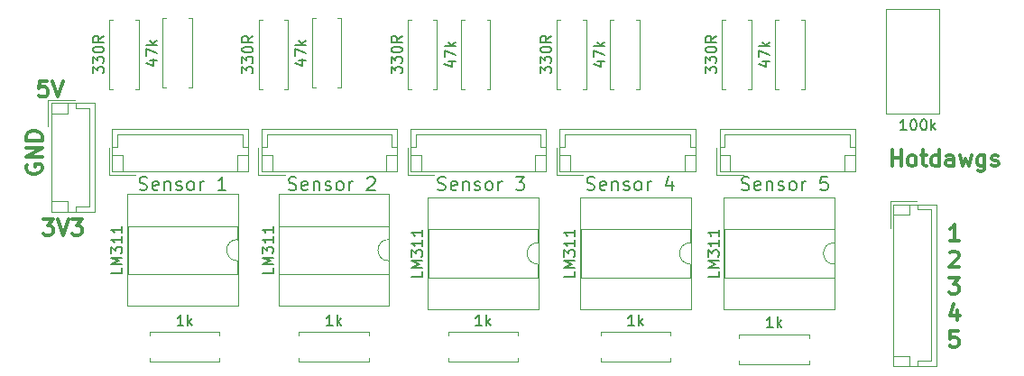
<source format=gbr>
%TF.GenerationSoftware,KiCad,Pcbnew,9.0.2*%
%TF.CreationDate,2025-07-08T21:37:52-07:00*%
%TF.ProjectId,reflectance,7265666c-6563-4746-916e-63652e6b6963,rev?*%
%TF.SameCoordinates,Original*%
%TF.FileFunction,Legend,Top*%
%TF.FilePolarity,Positive*%
%FSLAX46Y46*%
G04 Gerber Fmt 4.6, Leading zero omitted, Abs format (unit mm)*
G04 Created by KiCad (PCBNEW 9.0.2) date 2025-07-08 21:37:52*
%MOMM*%
%LPD*%
G01*
G04 APERTURE LIST*
%ADD10C,0.300000*%
%ADD11C,0.150000*%
%ADD12C,0.120000*%
G04 APERTURE END LIST*
D10*
X197483082Y-71943685D02*
X197554510Y-71872257D01*
X197554510Y-71872257D02*
X197697368Y-71800828D01*
X197697368Y-71800828D02*
X198054510Y-71800828D01*
X198054510Y-71800828D02*
X198197368Y-71872257D01*
X198197368Y-71872257D02*
X198268796Y-71943685D01*
X198268796Y-71943685D02*
X198340225Y-72086542D01*
X198340225Y-72086542D02*
X198340225Y-72229400D01*
X198340225Y-72229400D02*
X198268796Y-72443685D01*
X198268796Y-72443685D02*
X197411653Y-73300828D01*
X197411653Y-73300828D02*
X198340225Y-73300828D01*
X192054510Y-63800828D02*
X192054510Y-62300828D01*
X192054510Y-63015114D02*
X192911653Y-63015114D01*
X192911653Y-63800828D02*
X192911653Y-62300828D01*
X193840225Y-63800828D02*
X193697368Y-63729400D01*
X193697368Y-63729400D02*
X193625939Y-63657971D01*
X193625939Y-63657971D02*
X193554511Y-63515114D01*
X193554511Y-63515114D02*
X193554511Y-63086542D01*
X193554511Y-63086542D02*
X193625939Y-62943685D01*
X193625939Y-62943685D02*
X193697368Y-62872257D01*
X193697368Y-62872257D02*
X193840225Y-62800828D01*
X193840225Y-62800828D02*
X194054511Y-62800828D01*
X194054511Y-62800828D02*
X194197368Y-62872257D01*
X194197368Y-62872257D02*
X194268797Y-62943685D01*
X194268797Y-62943685D02*
X194340225Y-63086542D01*
X194340225Y-63086542D02*
X194340225Y-63515114D01*
X194340225Y-63515114D02*
X194268797Y-63657971D01*
X194268797Y-63657971D02*
X194197368Y-63729400D01*
X194197368Y-63729400D02*
X194054511Y-63800828D01*
X194054511Y-63800828D02*
X193840225Y-63800828D01*
X194768797Y-62800828D02*
X195340225Y-62800828D01*
X194983082Y-62300828D02*
X194983082Y-63586542D01*
X194983082Y-63586542D02*
X195054511Y-63729400D01*
X195054511Y-63729400D02*
X195197368Y-63800828D01*
X195197368Y-63800828D02*
X195340225Y-63800828D01*
X196483083Y-63800828D02*
X196483083Y-62300828D01*
X196483083Y-63729400D02*
X196340225Y-63800828D01*
X196340225Y-63800828D02*
X196054511Y-63800828D01*
X196054511Y-63800828D02*
X195911654Y-63729400D01*
X195911654Y-63729400D02*
X195840225Y-63657971D01*
X195840225Y-63657971D02*
X195768797Y-63515114D01*
X195768797Y-63515114D02*
X195768797Y-63086542D01*
X195768797Y-63086542D02*
X195840225Y-62943685D01*
X195840225Y-62943685D02*
X195911654Y-62872257D01*
X195911654Y-62872257D02*
X196054511Y-62800828D01*
X196054511Y-62800828D02*
X196340225Y-62800828D01*
X196340225Y-62800828D02*
X196483083Y-62872257D01*
X197840226Y-63800828D02*
X197840226Y-63015114D01*
X197840226Y-63015114D02*
X197768797Y-62872257D01*
X197768797Y-62872257D02*
X197625940Y-62800828D01*
X197625940Y-62800828D02*
X197340226Y-62800828D01*
X197340226Y-62800828D02*
X197197368Y-62872257D01*
X197840226Y-63729400D02*
X197697368Y-63800828D01*
X197697368Y-63800828D02*
X197340226Y-63800828D01*
X197340226Y-63800828D02*
X197197368Y-63729400D01*
X197197368Y-63729400D02*
X197125940Y-63586542D01*
X197125940Y-63586542D02*
X197125940Y-63443685D01*
X197125940Y-63443685D02*
X197197368Y-63300828D01*
X197197368Y-63300828D02*
X197340226Y-63229400D01*
X197340226Y-63229400D02*
X197697368Y-63229400D01*
X197697368Y-63229400D02*
X197840226Y-63157971D01*
X198411654Y-62800828D02*
X198697369Y-63800828D01*
X198697369Y-63800828D02*
X198983083Y-63086542D01*
X198983083Y-63086542D02*
X199268797Y-63800828D01*
X199268797Y-63800828D02*
X199554511Y-62800828D01*
X200768798Y-62800828D02*
X200768798Y-64015114D01*
X200768798Y-64015114D02*
X200697369Y-64157971D01*
X200697369Y-64157971D02*
X200625940Y-64229400D01*
X200625940Y-64229400D02*
X200483083Y-64300828D01*
X200483083Y-64300828D02*
X200268798Y-64300828D01*
X200268798Y-64300828D02*
X200125940Y-64229400D01*
X200768798Y-63729400D02*
X200625940Y-63800828D01*
X200625940Y-63800828D02*
X200340226Y-63800828D01*
X200340226Y-63800828D02*
X200197369Y-63729400D01*
X200197369Y-63729400D02*
X200125940Y-63657971D01*
X200125940Y-63657971D02*
X200054512Y-63515114D01*
X200054512Y-63515114D02*
X200054512Y-63086542D01*
X200054512Y-63086542D02*
X200125940Y-62943685D01*
X200125940Y-62943685D02*
X200197369Y-62872257D01*
X200197369Y-62872257D02*
X200340226Y-62800828D01*
X200340226Y-62800828D02*
X200625940Y-62800828D01*
X200625940Y-62800828D02*
X200768798Y-62872257D01*
X201411655Y-63729400D02*
X201554512Y-63800828D01*
X201554512Y-63800828D02*
X201840226Y-63800828D01*
X201840226Y-63800828D02*
X201983083Y-63729400D01*
X201983083Y-63729400D02*
X202054512Y-63586542D01*
X202054512Y-63586542D02*
X202054512Y-63515114D01*
X202054512Y-63515114D02*
X201983083Y-63372257D01*
X201983083Y-63372257D02*
X201840226Y-63300828D01*
X201840226Y-63300828D02*
X201625941Y-63300828D01*
X201625941Y-63300828D02*
X201483083Y-63229400D01*
X201483083Y-63229400D02*
X201411655Y-63086542D01*
X201411655Y-63086542D02*
X201411655Y-63015114D01*
X201411655Y-63015114D02*
X201483083Y-62872257D01*
X201483083Y-62872257D02*
X201625941Y-62800828D01*
X201625941Y-62800828D02*
X201840226Y-62800828D01*
X201840226Y-62800828D02*
X201983083Y-62872257D01*
X197411653Y-74300828D02*
X198340225Y-74300828D01*
X198340225Y-74300828D02*
X197840225Y-74872257D01*
X197840225Y-74872257D02*
X198054510Y-74872257D01*
X198054510Y-74872257D02*
X198197368Y-74943685D01*
X198197368Y-74943685D02*
X198268796Y-75015114D01*
X198268796Y-75015114D02*
X198340225Y-75157971D01*
X198340225Y-75157971D02*
X198340225Y-75515114D01*
X198340225Y-75515114D02*
X198268796Y-75657971D01*
X198268796Y-75657971D02*
X198197368Y-75729400D01*
X198197368Y-75729400D02*
X198054510Y-75800828D01*
X198054510Y-75800828D02*
X197625939Y-75800828D01*
X197625939Y-75800828D02*
X197483082Y-75729400D01*
X197483082Y-75729400D02*
X197411653Y-75657971D01*
X112411653Y-68800828D02*
X113340225Y-68800828D01*
X113340225Y-68800828D02*
X112840225Y-69372257D01*
X112840225Y-69372257D02*
X113054510Y-69372257D01*
X113054510Y-69372257D02*
X113197368Y-69443685D01*
X113197368Y-69443685D02*
X113268796Y-69515114D01*
X113268796Y-69515114D02*
X113340225Y-69657971D01*
X113340225Y-69657971D02*
X113340225Y-70015114D01*
X113340225Y-70015114D02*
X113268796Y-70157971D01*
X113268796Y-70157971D02*
X113197368Y-70229400D01*
X113197368Y-70229400D02*
X113054510Y-70300828D01*
X113054510Y-70300828D02*
X112625939Y-70300828D01*
X112625939Y-70300828D02*
X112483082Y-70229400D01*
X112483082Y-70229400D02*
X112411653Y-70157971D01*
X113768796Y-68800828D02*
X114268796Y-70300828D01*
X114268796Y-70300828D02*
X114768796Y-68800828D01*
X115125938Y-68800828D02*
X116054510Y-68800828D01*
X116054510Y-68800828D02*
X115554510Y-69372257D01*
X115554510Y-69372257D02*
X115768795Y-69372257D01*
X115768795Y-69372257D02*
X115911653Y-69443685D01*
X115911653Y-69443685D02*
X115983081Y-69515114D01*
X115983081Y-69515114D02*
X116054510Y-69657971D01*
X116054510Y-69657971D02*
X116054510Y-70015114D01*
X116054510Y-70015114D02*
X115983081Y-70157971D01*
X115983081Y-70157971D02*
X115911653Y-70229400D01*
X115911653Y-70229400D02*
X115768795Y-70300828D01*
X115768795Y-70300828D02*
X115340224Y-70300828D01*
X115340224Y-70300828D02*
X115197367Y-70229400D01*
X115197367Y-70229400D02*
X115125938Y-70157971D01*
X110872257Y-63659774D02*
X110800828Y-63802632D01*
X110800828Y-63802632D02*
X110800828Y-64016917D01*
X110800828Y-64016917D02*
X110872257Y-64231203D01*
X110872257Y-64231203D02*
X111015114Y-64374060D01*
X111015114Y-64374060D02*
X111157971Y-64445489D01*
X111157971Y-64445489D02*
X111443685Y-64516917D01*
X111443685Y-64516917D02*
X111657971Y-64516917D01*
X111657971Y-64516917D02*
X111943685Y-64445489D01*
X111943685Y-64445489D02*
X112086542Y-64374060D01*
X112086542Y-64374060D02*
X112229400Y-64231203D01*
X112229400Y-64231203D02*
X112300828Y-64016917D01*
X112300828Y-64016917D02*
X112300828Y-63874060D01*
X112300828Y-63874060D02*
X112229400Y-63659774D01*
X112229400Y-63659774D02*
X112157971Y-63588346D01*
X112157971Y-63588346D02*
X111657971Y-63588346D01*
X111657971Y-63588346D02*
X111657971Y-63874060D01*
X112300828Y-62945489D02*
X110800828Y-62945489D01*
X110800828Y-62945489D02*
X112300828Y-62088346D01*
X112300828Y-62088346D02*
X110800828Y-62088346D01*
X112300828Y-61374060D02*
X110800828Y-61374060D01*
X110800828Y-61374060D02*
X110800828Y-61016917D01*
X110800828Y-61016917D02*
X110872257Y-60802631D01*
X110872257Y-60802631D02*
X111015114Y-60659774D01*
X111015114Y-60659774D02*
X111157971Y-60588345D01*
X111157971Y-60588345D02*
X111443685Y-60516917D01*
X111443685Y-60516917D02*
X111657971Y-60516917D01*
X111657971Y-60516917D02*
X111943685Y-60588345D01*
X111943685Y-60588345D02*
X112086542Y-60659774D01*
X112086542Y-60659774D02*
X112229400Y-60802631D01*
X112229400Y-60802631D02*
X112300828Y-61016917D01*
X112300828Y-61016917D02*
X112300828Y-61374060D01*
X112768796Y-55800828D02*
X112054510Y-55800828D01*
X112054510Y-55800828D02*
X111983082Y-56515114D01*
X111983082Y-56515114D02*
X112054510Y-56443685D01*
X112054510Y-56443685D02*
X112197368Y-56372257D01*
X112197368Y-56372257D02*
X112554510Y-56372257D01*
X112554510Y-56372257D02*
X112697368Y-56443685D01*
X112697368Y-56443685D02*
X112768796Y-56515114D01*
X112768796Y-56515114D02*
X112840225Y-56657971D01*
X112840225Y-56657971D02*
X112840225Y-57015114D01*
X112840225Y-57015114D02*
X112768796Y-57157971D01*
X112768796Y-57157971D02*
X112697368Y-57229400D01*
X112697368Y-57229400D02*
X112554510Y-57300828D01*
X112554510Y-57300828D02*
X112197368Y-57300828D01*
X112197368Y-57300828D02*
X112054510Y-57229400D01*
X112054510Y-57229400D02*
X111983082Y-57157971D01*
X113268796Y-55800828D02*
X113768796Y-57300828D01*
X113768796Y-57300828D02*
X114268796Y-55800828D01*
X198340225Y-70800828D02*
X197483082Y-70800828D01*
X197911653Y-70800828D02*
X197911653Y-69300828D01*
X197911653Y-69300828D02*
X197768796Y-69515114D01*
X197768796Y-69515114D02*
X197625939Y-69657971D01*
X197625939Y-69657971D02*
X197483082Y-69729400D01*
X198268796Y-79300828D02*
X197554510Y-79300828D01*
X197554510Y-79300828D02*
X197483082Y-80015114D01*
X197483082Y-80015114D02*
X197554510Y-79943685D01*
X197554510Y-79943685D02*
X197697368Y-79872257D01*
X197697368Y-79872257D02*
X198054510Y-79872257D01*
X198054510Y-79872257D02*
X198197368Y-79943685D01*
X198197368Y-79943685D02*
X198268796Y-80015114D01*
X198268796Y-80015114D02*
X198340225Y-80157971D01*
X198340225Y-80157971D02*
X198340225Y-80515114D01*
X198340225Y-80515114D02*
X198268796Y-80657971D01*
X198268796Y-80657971D02*
X198197368Y-80729400D01*
X198197368Y-80729400D02*
X198054510Y-80800828D01*
X198054510Y-80800828D02*
X197697368Y-80800828D01*
X197697368Y-80800828D02*
X197554510Y-80729400D01*
X197554510Y-80729400D02*
X197483082Y-80657971D01*
X198197368Y-77300828D02*
X198197368Y-78300828D01*
X197840225Y-76729400D02*
X197483082Y-77800828D01*
X197483082Y-77800828D02*
X198411653Y-77800828D01*
D11*
X174584819Y-55095713D02*
X174584819Y-54476666D01*
X174584819Y-54476666D02*
X174965771Y-54809999D01*
X174965771Y-54809999D02*
X174965771Y-54667142D01*
X174965771Y-54667142D02*
X175013390Y-54571904D01*
X175013390Y-54571904D02*
X175061009Y-54524285D01*
X175061009Y-54524285D02*
X175156247Y-54476666D01*
X175156247Y-54476666D02*
X175394342Y-54476666D01*
X175394342Y-54476666D02*
X175489580Y-54524285D01*
X175489580Y-54524285D02*
X175537200Y-54571904D01*
X175537200Y-54571904D02*
X175584819Y-54667142D01*
X175584819Y-54667142D02*
X175584819Y-54952856D01*
X175584819Y-54952856D02*
X175537200Y-55048094D01*
X175537200Y-55048094D02*
X175489580Y-55095713D01*
X174584819Y-54143332D02*
X174584819Y-53524285D01*
X174584819Y-53524285D02*
X174965771Y-53857618D01*
X174965771Y-53857618D02*
X174965771Y-53714761D01*
X174965771Y-53714761D02*
X175013390Y-53619523D01*
X175013390Y-53619523D02*
X175061009Y-53571904D01*
X175061009Y-53571904D02*
X175156247Y-53524285D01*
X175156247Y-53524285D02*
X175394342Y-53524285D01*
X175394342Y-53524285D02*
X175489580Y-53571904D01*
X175489580Y-53571904D02*
X175537200Y-53619523D01*
X175537200Y-53619523D02*
X175584819Y-53714761D01*
X175584819Y-53714761D02*
X175584819Y-54000475D01*
X175584819Y-54000475D02*
X175537200Y-54095713D01*
X175537200Y-54095713D02*
X175489580Y-54143332D01*
X174584819Y-52905237D02*
X174584819Y-52809999D01*
X174584819Y-52809999D02*
X174632438Y-52714761D01*
X174632438Y-52714761D02*
X174680057Y-52667142D01*
X174680057Y-52667142D02*
X174775295Y-52619523D01*
X174775295Y-52619523D02*
X174965771Y-52571904D01*
X174965771Y-52571904D02*
X175203866Y-52571904D01*
X175203866Y-52571904D02*
X175394342Y-52619523D01*
X175394342Y-52619523D02*
X175489580Y-52667142D01*
X175489580Y-52667142D02*
X175537200Y-52714761D01*
X175537200Y-52714761D02*
X175584819Y-52809999D01*
X175584819Y-52809999D02*
X175584819Y-52905237D01*
X175584819Y-52905237D02*
X175537200Y-53000475D01*
X175537200Y-53000475D02*
X175489580Y-53048094D01*
X175489580Y-53048094D02*
X175394342Y-53095713D01*
X175394342Y-53095713D02*
X175203866Y-53143332D01*
X175203866Y-53143332D02*
X174965771Y-53143332D01*
X174965771Y-53143332D02*
X174775295Y-53095713D01*
X174775295Y-53095713D02*
X174680057Y-53048094D01*
X174680057Y-53048094D02*
X174632438Y-53000475D01*
X174632438Y-53000475D02*
X174584819Y-52905237D01*
X175584819Y-51571904D02*
X175108628Y-51905237D01*
X175584819Y-52143332D02*
X174584819Y-52143332D01*
X174584819Y-52143332D02*
X174584819Y-51762380D01*
X174584819Y-51762380D02*
X174632438Y-51667142D01*
X174632438Y-51667142D02*
X174680057Y-51619523D01*
X174680057Y-51619523D02*
X174775295Y-51571904D01*
X174775295Y-51571904D02*
X174918152Y-51571904D01*
X174918152Y-51571904D02*
X175013390Y-51619523D01*
X175013390Y-51619523D02*
X175061009Y-51667142D01*
X175061009Y-51667142D02*
X175108628Y-51762380D01*
X175108628Y-51762380D02*
X175108628Y-52143332D01*
X121448095Y-66019250D02*
X121629524Y-66079726D01*
X121629524Y-66079726D02*
X121931905Y-66079726D01*
X121931905Y-66079726D02*
X122052857Y-66019250D01*
X122052857Y-66019250D02*
X122113333Y-65958773D01*
X122113333Y-65958773D02*
X122173810Y-65837821D01*
X122173810Y-65837821D02*
X122173810Y-65716869D01*
X122173810Y-65716869D02*
X122113333Y-65595916D01*
X122113333Y-65595916D02*
X122052857Y-65535440D01*
X122052857Y-65535440D02*
X121931905Y-65474964D01*
X121931905Y-65474964D02*
X121690000Y-65414488D01*
X121690000Y-65414488D02*
X121569048Y-65354011D01*
X121569048Y-65354011D02*
X121508571Y-65293535D01*
X121508571Y-65293535D02*
X121448095Y-65172583D01*
X121448095Y-65172583D02*
X121448095Y-65051630D01*
X121448095Y-65051630D02*
X121508571Y-64930678D01*
X121508571Y-64930678D02*
X121569048Y-64870202D01*
X121569048Y-64870202D02*
X121690000Y-64809726D01*
X121690000Y-64809726D02*
X121992381Y-64809726D01*
X121992381Y-64809726D02*
X122173810Y-64870202D01*
X123201905Y-66019250D02*
X123080953Y-66079726D01*
X123080953Y-66079726D02*
X122839048Y-66079726D01*
X122839048Y-66079726D02*
X122718095Y-66019250D01*
X122718095Y-66019250D02*
X122657619Y-65898297D01*
X122657619Y-65898297D02*
X122657619Y-65414488D01*
X122657619Y-65414488D02*
X122718095Y-65293535D01*
X122718095Y-65293535D02*
X122839048Y-65233059D01*
X122839048Y-65233059D02*
X123080953Y-65233059D01*
X123080953Y-65233059D02*
X123201905Y-65293535D01*
X123201905Y-65293535D02*
X123262381Y-65414488D01*
X123262381Y-65414488D02*
X123262381Y-65535440D01*
X123262381Y-65535440D02*
X122657619Y-65656392D01*
X123806666Y-65233059D02*
X123806666Y-66079726D01*
X123806666Y-65354011D02*
X123867143Y-65293535D01*
X123867143Y-65293535D02*
X123988095Y-65233059D01*
X123988095Y-65233059D02*
X124169524Y-65233059D01*
X124169524Y-65233059D02*
X124290476Y-65293535D01*
X124290476Y-65293535D02*
X124350952Y-65414488D01*
X124350952Y-65414488D02*
X124350952Y-66079726D01*
X124895238Y-66019250D02*
X125016191Y-66079726D01*
X125016191Y-66079726D02*
X125258095Y-66079726D01*
X125258095Y-66079726D02*
X125379048Y-66019250D01*
X125379048Y-66019250D02*
X125439524Y-65898297D01*
X125439524Y-65898297D02*
X125439524Y-65837821D01*
X125439524Y-65837821D02*
X125379048Y-65716869D01*
X125379048Y-65716869D02*
X125258095Y-65656392D01*
X125258095Y-65656392D02*
X125076667Y-65656392D01*
X125076667Y-65656392D02*
X124955714Y-65595916D01*
X124955714Y-65595916D02*
X124895238Y-65474964D01*
X124895238Y-65474964D02*
X124895238Y-65414488D01*
X124895238Y-65414488D02*
X124955714Y-65293535D01*
X124955714Y-65293535D02*
X125076667Y-65233059D01*
X125076667Y-65233059D02*
X125258095Y-65233059D01*
X125258095Y-65233059D02*
X125379048Y-65293535D01*
X126165238Y-66079726D02*
X126044286Y-66019250D01*
X126044286Y-66019250D02*
X125983809Y-65958773D01*
X125983809Y-65958773D02*
X125923333Y-65837821D01*
X125923333Y-65837821D02*
X125923333Y-65474964D01*
X125923333Y-65474964D02*
X125983809Y-65354011D01*
X125983809Y-65354011D02*
X126044286Y-65293535D01*
X126044286Y-65293535D02*
X126165238Y-65233059D01*
X126165238Y-65233059D02*
X126346667Y-65233059D01*
X126346667Y-65233059D02*
X126467619Y-65293535D01*
X126467619Y-65293535D02*
X126528095Y-65354011D01*
X126528095Y-65354011D02*
X126588571Y-65474964D01*
X126588571Y-65474964D02*
X126588571Y-65837821D01*
X126588571Y-65837821D02*
X126528095Y-65958773D01*
X126528095Y-65958773D02*
X126467619Y-66019250D01*
X126467619Y-66019250D02*
X126346667Y-66079726D01*
X126346667Y-66079726D02*
X126165238Y-66079726D01*
X127132857Y-66079726D02*
X127132857Y-65233059D01*
X127132857Y-65474964D02*
X127193334Y-65354011D01*
X127193334Y-65354011D02*
X127253810Y-65293535D01*
X127253810Y-65293535D02*
X127374762Y-65233059D01*
X127374762Y-65233059D02*
X127495715Y-65233059D01*
X129551905Y-66079726D02*
X128826190Y-66079726D01*
X129189047Y-66079726D02*
X129189047Y-64809726D01*
X129189047Y-64809726D02*
X129068095Y-64991154D01*
X129068095Y-64991154D02*
X128947143Y-65112107D01*
X128947143Y-65112107D02*
X128826190Y-65172583D01*
X125570952Y-78774819D02*
X124999524Y-78774819D01*
X125285238Y-78774819D02*
X125285238Y-77774819D01*
X125285238Y-77774819D02*
X125190000Y-77917676D01*
X125190000Y-77917676D02*
X125094762Y-78012914D01*
X125094762Y-78012914D02*
X124999524Y-78060533D01*
X125999524Y-78774819D02*
X125999524Y-77774819D01*
X126094762Y-78393866D02*
X126380476Y-78774819D01*
X126380476Y-78108152D02*
X125999524Y-78489104D01*
X135448095Y-66019250D02*
X135629524Y-66079726D01*
X135629524Y-66079726D02*
X135931905Y-66079726D01*
X135931905Y-66079726D02*
X136052857Y-66019250D01*
X136052857Y-66019250D02*
X136113333Y-65958773D01*
X136113333Y-65958773D02*
X136173810Y-65837821D01*
X136173810Y-65837821D02*
X136173810Y-65716869D01*
X136173810Y-65716869D02*
X136113333Y-65595916D01*
X136113333Y-65595916D02*
X136052857Y-65535440D01*
X136052857Y-65535440D02*
X135931905Y-65474964D01*
X135931905Y-65474964D02*
X135690000Y-65414488D01*
X135690000Y-65414488D02*
X135569048Y-65354011D01*
X135569048Y-65354011D02*
X135508571Y-65293535D01*
X135508571Y-65293535D02*
X135448095Y-65172583D01*
X135448095Y-65172583D02*
X135448095Y-65051630D01*
X135448095Y-65051630D02*
X135508571Y-64930678D01*
X135508571Y-64930678D02*
X135569048Y-64870202D01*
X135569048Y-64870202D02*
X135690000Y-64809726D01*
X135690000Y-64809726D02*
X135992381Y-64809726D01*
X135992381Y-64809726D02*
X136173810Y-64870202D01*
X137201905Y-66019250D02*
X137080953Y-66079726D01*
X137080953Y-66079726D02*
X136839048Y-66079726D01*
X136839048Y-66079726D02*
X136718095Y-66019250D01*
X136718095Y-66019250D02*
X136657619Y-65898297D01*
X136657619Y-65898297D02*
X136657619Y-65414488D01*
X136657619Y-65414488D02*
X136718095Y-65293535D01*
X136718095Y-65293535D02*
X136839048Y-65233059D01*
X136839048Y-65233059D02*
X137080953Y-65233059D01*
X137080953Y-65233059D02*
X137201905Y-65293535D01*
X137201905Y-65293535D02*
X137262381Y-65414488D01*
X137262381Y-65414488D02*
X137262381Y-65535440D01*
X137262381Y-65535440D02*
X136657619Y-65656392D01*
X137806666Y-65233059D02*
X137806666Y-66079726D01*
X137806666Y-65354011D02*
X137867143Y-65293535D01*
X137867143Y-65293535D02*
X137988095Y-65233059D01*
X137988095Y-65233059D02*
X138169524Y-65233059D01*
X138169524Y-65233059D02*
X138290476Y-65293535D01*
X138290476Y-65293535D02*
X138350952Y-65414488D01*
X138350952Y-65414488D02*
X138350952Y-66079726D01*
X138895238Y-66019250D02*
X139016191Y-66079726D01*
X139016191Y-66079726D02*
X139258095Y-66079726D01*
X139258095Y-66079726D02*
X139379048Y-66019250D01*
X139379048Y-66019250D02*
X139439524Y-65898297D01*
X139439524Y-65898297D02*
X139439524Y-65837821D01*
X139439524Y-65837821D02*
X139379048Y-65716869D01*
X139379048Y-65716869D02*
X139258095Y-65656392D01*
X139258095Y-65656392D02*
X139076667Y-65656392D01*
X139076667Y-65656392D02*
X138955714Y-65595916D01*
X138955714Y-65595916D02*
X138895238Y-65474964D01*
X138895238Y-65474964D02*
X138895238Y-65414488D01*
X138895238Y-65414488D02*
X138955714Y-65293535D01*
X138955714Y-65293535D02*
X139076667Y-65233059D01*
X139076667Y-65233059D02*
X139258095Y-65233059D01*
X139258095Y-65233059D02*
X139379048Y-65293535D01*
X140165238Y-66079726D02*
X140044286Y-66019250D01*
X140044286Y-66019250D02*
X139983809Y-65958773D01*
X139983809Y-65958773D02*
X139923333Y-65837821D01*
X139923333Y-65837821D02*
X139923333Y-65474964D01*
X139923333Y-65474964D02*
X139983809Y-65354011D01*
X139983809Y-65354011D02*
X140044286Y-65293535D01*
X140044286Y-65293535D02*
X140165238Y-65233059D01*
X140165238Y-65233059D02*
X140346667Y-65233059D01*
X140346667Y-65233059D02*
X140467619Y-65293535D01*
X140467619Y-65293535D02*
X140528095Y-65354011D01*
X140528095Y-65354011D02*
X140588571Y-65474964D01*
X140588571Y-65474964D02*
X140588571Y-65837821D01*
X140588571Y-65837821D02*
X140528095Y-65958773D01*
X140528095Y-65958773D02*
X140467619Y-66019250D01*
X140467619Y-66019250D02*
X140346667Y-66079726D01*
X140346667Y-66079726D02*
X140165238Y-66079726D01*
X141132857Y-66079726D02*
X141132857Y-65233059D01*
X141132857Y-65474964D02*
X141193334Y-65354011D01*
X141193334Y-65354011D02*
X141253810Y-65293535D01*
X141253810Y-65293535D02*
X141374762Y-65233059D01*
X141374762Y-65233059D02*
X141495715Y-65233059D01*
X142826190Y-64930678D02*
X142886666Y-64870202D01*
X142886666Y-64870202D02*
X143007619Y-64809726D01*
X143007619Y-64809726D02*
X143310000Y-64809726D01*
X143310000Y-64809726D02*
X143430952Y-64870202D01*
X143430952Y-64870202D02*
X143491428Y-64930678D01*
X143491428Y-64930678D02*
X143551905Y-65051630D01*
X143551905Y-65051630D02*
X143551905Y-65172583D01*
X143551905Y-65172583D02*
X143491428Y-65354011D01*
X143491428Y-65354011D02*
X142765714Y-66079726D01*
X142765714Y-66079726D02*
X143551905Y-66079726D01*
X179918152Y-54000476D02*
X180584819Y-54000476D01*
X179537200Y-54238571D02*
X180251485Y-54476666D01*
X180251485Y-54476666D02*
X180251485Y-53857619D01*
X179584819Y-53571904D02*
X179584819Y-52905238D01*
X179584819Y-52905238D02*
X180584819Y-53333809D01*
X180584819Y-52524285D02*
X179584819Y-52524285D01*
X180203866Y-52429047D02*
X180584819Y-52143333D01*
X179918152Y-52143333D02*
X180299104Y-52524285D01*
X131084819Y-55095713D02*
X131084819Y-54476666D01*
X131084819Y-54476666D02*
X131465771Y-54809999D01*
X131465771Y-54809999D02*
X131465771Y-54667142D01*
X131465771Y-54667142D02*
X131513390Y-54571904D01*
X131513390Y-54571904D02*
X131561009Y-54524285D01*
X131561009Y-54524285D02*
X131656247Y-54476666D01*
X131656247Y-54476666D02*
X131894342Y-54476666D01*
X131894342Y-54476666D02*
X131989580Y-54524285D01*
X131989580Y-54524285D02*
X132037200Y-54571904D01*
X132037200Y-54571904D02*
X132084819Y-54667142D01*
X132084819Y-54667142D02*
X132084819Y-54952856D01*
X132084819Y-54952856D02*
X132037200Y-55048094D01*
X132037200Y-55048094D02*
X131989580Y-55095713D01*
X131084819Y-54143332D02*
X131084819Y-53524285D01*
X131084819Y-53524285D02*
X131465771Y-53857618D01*
X131465771Y-53857618D02*
X131465771Y-53714761D01*
X131465771Y-53714761D02*
X131513390Y-53619523D01*
X131513390Y-53619523D02*
X131561009Y-53571904D01*
X131561009Y-53571904D02*
X131656247Y-53524285D01*
X131656247Y-53524285D02*
X131894342Y-53524285D01*
X131894342Y-53524285D02*
X131989580Y-53571904D01*
X131989580Y-53571904D02*
X132037200Y-53619523D01*
X132037200Y-53619523D02*
X132084819Y-53714761D01*
X132084819Y-53714761D02*
X132084819Y-54000475D01*
X132084819Y-54000475D02*
X132037200Y-54095713D01*
X132037200Y-54095713D02*
X131989580Y-54143332D01*
X131084819Y-52905237D02*
X131084819Y-52809999D01*
X131084819Y-52809999D02*
X131132438Y-52714761D01*
X131132438Y-52714761D02*
X131180057Y-52667142D01*
X131180057Y-52667142D02*
X131275295Y-52619523D01*
X131275295Y-52619523D02*
X131465771Y-52571904D01*
X131465771Y-52571904D02*
X131703866Y-52571904D01*
X131703866Y-52571904D02*
X131894342Y-52619523D01*
X131894342Y-52619523D02*
X131989580Y-52667142D01*
X131989580Y-52667142D02*
X132037200Y-52714761D01*
X132037200Y-52714761D02*
X132084819Y-52809999D01*
X132084819Y-52809999D02*
X132084819Y-52905237D01*
X132084819Y-52905237D02*
X132037200Y-53000475D01*
X132037200Y-53000475D02*
X131989580Y-53048094D01*
X131989580Y-53048094D02*
X131894342Y-53095713D01*
X131894342Y-53095713D02*
X131703866Y-53143332D01*
X131703866Y-53143332D02*
X131465771Y-53143332D01*
X131465771Y-53143332D02*
X131275295Y-53095713D01*
X131275295Y-53095713D02*
X131180057Y-53048094D01*
X131180057Y-53048094D02*
X131132438Y-53000475D01*
X131132438Y-53000475D02*
X131084819Y-52905237D01*
X132084819Y-51571904D02*
X131608628Y-51905237D01*
X132084819Y-52143332D02*
X131084819Y-52143332D01*
X131084819Y-52143332D02*
X131084819Y-51762380D01*
X131084819Y-51762380D02*
X131132438Y-51667142D01*
X131132438Y-51667142D02*
X131180057Y-51619523D01*
X131180057Y-51619523D02*
X131275295Y-51571904D01*
X131275295Y-51571904D02*
X131418152Y-51571904D01*
X131418152Y-51571904D02*
X131513390Y-51619523D01*
X131513390Y-51619523D02*
X131561009Y-51667142D01*
X131561009Y-51667142D02*
X131608628Y-51762380D01*
X131608628Y-51762380D02*
X131608628Y-52143332D01*
X119814819Y-73380476D02*
X119814819Y-73856666D01*
X119814819Y-73856666D02*
X118814819Y-73856666D01*
X119814819Y-73047142D02*
X118814819Y-73047142D01*
X118814819Y-73047142D02*
X119529104Y-72713809D01*
X119529104Y-72713809D02*
X118814819Y-72380476D01*
X118814819Y-72380476D02*
X119814819Y-72380476D01*
X118814819Y-71999523D02*
X118814819Y-71380476D01*
X118814819Y-71380476D02*
X119195771Y-71713809D01*
X119195771Y-71713809D02*
X119195771Y-71570952D01*
X119195771Y-71570952D02*
X119243390Y-71475714D01*
X119243390Y-71475714D02*
X119291009Y-71428095D01*
X119291009Y-71428095D02*
X119386247Y-71380476D01*
X119386247Y-71380476D02*
X119624342Y-71380476D01*
X119624342Y-71380476D02*
X119719580Y-71428095D01*
X119719580Y-71428095D02*
X119767200Y-71475714D01*
X119767200Y-71475714D02*
X119814819Y-71570952D01*
X119814819Y-71570952D02*
X119814819Y-71856666D01*
X119814819Y-71856666D02*
X119767200Y-71951904D01*
X119767200Y-71951904D02*
X119719580Y-71999523D01*
X119814819Y-70428095D02*
X119814819Y-70999523D01*
X119814819Y-70713809D02*
X118814819Y-70713809D01*
X118814819Y-70713809D02*
X118957676Y-70809047D01*
X118957676Y-70809047D02*
X119052914Y-70904285D01*
X119052914Y-70904285D02*
X119100533Y-70999523D01*
X119814819Y-69475714D02*
X119814819Y-70047142D01*
X119814819Y-69761428D02*
X118814819Y-69761428D01*
X118814819Y-69761428D02*
X118957676Y-69856666D01*
X118957676Y-69856666D02*
X119052914Y-69951904D01*
X119052914Y-69951904D02*
X119100533Y-70047142D01*
X145084819Y-55095713D02*
X145084819Y-54476666D01*
X145084819Y-54476666D02*
X145465771Y-54809999D01*
X145465771Y-54809999D02*
X145465771Y-54667142D01*
X145465771Y-54667142D02*
X145513390Y-54571904D01*
X145513390Y-54571904D02*
X145561009Y-54524285D01*
X145561009Y-54524285D02*
X145656247Y-54476666D01*
X145656247Y-54476666D02*
X145894342Y-54476666D01*
X145894342Y-54476666D02*
X145989580Y-54524285D01*
X145989580Y-54524285D02*
X146037200Y-54571904D01*
X146037200Y-54571904D02*
X146084819Y-54667142D01*
X146084819Y-54667142D02*
X146084819Y-54952856D01*
X146084819Y-54952856D02*
X146037200Y-55048094D01*
X146037200Y-55048094D02*
X145989580Y-55095713D01*
X145084819Y-54143332D02*
X145084819Y-53524285D01*
X145084819Y-53524285D02*
X145465771Y-53857618D01*
X145465771Y-53857618D02*
X145465771Y-53714761D01*
X145465771Y-53714761D02*
X145513390Y-53619523D01*
X145513390Y-53619523D02*
X145561009Y-53571904D01*
X145561009Y-53571904D02*
X145656247Y-53524285D01*
X145656247Y-53524285D02*
X145894342Y-53524285D01*
X145894342Y-53524285D02*
X145989580Y-53571904D01*
X145989580Y-53571904D02*
X146037200Y-53619523D01*
X146037200Y-53619523D02*
X146084819Y-53714761D01*
X146084819Y-53714761D02*
X146084819Y-54000475D01*
X146084819Y-54000475D02*
X146037200Y-54095713D01*
X146037200Y-54095713D02*
X145989580Y-54143332D01*
X145084819Y-52905237D02*
X145084819Y-52809999D01*
X145084819Y-52809999D02*
X145132438Y-52714761D01*
X145132438Y-52714761D02*
X145180057Y-52667142D01*
X145180057Y-52667142D02*
X145275295Y-52619523D01*
X145275295Y-52619523D02*
X145465771Y-52571904D01*
X145465771Y-52571904D02*
X145703866Y-52571904D01*
X145703866Y-52571904D02*
X145894342Y-52619523D01*
X145894342Y-52619523D02*
X145989580Y-52667142D01*
X145989580Y-52667142D02*
X146037200Y-52714761D01*
X146037200Y-52714761D02*
X146084819Y-52809999D01*
X146084819Y-52809999D02*
X146084819Y-52905237D01*
X146084819Y-52905237D02*
X146037200Y-53000475D01*
X146037200Y-53000475D02*
X145989580Y-53048094D01*
X145989580Y-53048094D02*
X145894342Y-53095713D01*
X145894342Y-53095713D02*
X145703866Y-53143332D01*
X145703866Y-53143332D02*
X145465771Y-53143332D01*
X145465771Y-53143332D02*
X145275295Y-53095713D01*
X145275295Y-53095713D02*
X145180057Y-53048094D01*
X145180057Y-53048094D02*
X145132438Y-53000475D01*
X145132438Y-53000475D02*
X145084819Y-52905237D01*
X146084819Y-51571904D02*
X145608628Y-51905237D01*
X146084819Y-52143332D02*
X145084819Y-52143332D01*
X145084819Y-52143332D02*
X145084819Y-51762380D01*
X145084819Y-51762380D02*
X145132438Y-51667142D01*
X145132438Y-51667142D02*
X145180057Y-51619523D01*
X145180057Y-51619523D02*
X145275295Y-51571904D01*
X145275295Y-51571904D02*
X145418152Y-51571904D01*
X145418152Y-51571904D02*
X145513390Y-51619523D01*
X145513390Y-51619523D02*
X145561009Y-51667142D01*
X145561009Y-51667142D02*
X145608628Y-51762380D01*
X145608628Y-51762380D02*
X145608628Y-52143332D01*
X150418152Y-54000476D02*
X151084819Y-54000476D01*
X150037200Y-54238571D02*
X150751485Y-54476666D01*
X150751485Y-54476666D02*
X150751485Y-53857619D01*
X150084819Y-53571904D02*
X150084819Y-52905238D01*
X150084819Y-52905238D02*
X151084819Y-53333809D01*
X151084819Y-52524285D02*
X150084819Y-52524285D01*
X150703866Y-52429047D02*
X151084819Y-52143333D01*
X150418152Y-52143333D02*
X150799104Y-52524285D01*
X163448095Y-66019250D02*
X163629524Y-66079726D01*
X163629524Y-66079726D02*
X163931905Y-66079726D01*
X163931905Y-66079726D02*
X164052857Y-66019250D01*
X164052857Y-66019250D02*
X164113333Y-65958773D01*
X164113333Y-65958773D02*
X164173810Y-65837821D01*
X164173810Y-65837821D02*
X164173810Y-65716869D01*
X164173810Y-65716869D02*
X164113333Y-65595916D01*
X164113333Y-65595916D02*
X164052857Y-65535440D01*
X164052857Y-65535440D02*
X163931905Y-65474964D01*
X163931905Y-65474964D02*
X163690000Y-65414488D01*
X163690000Y-65414488D02*
X163569048Y-65354011D01*
X163569048Y-65354011D02*
X163508571Y-65293535D01*
X163508571Y-65293535D02*
X163448095Y-65172583D01*
X163448095Y-65172583D02*
X163448095Y-65051630D01*
X163448095Y-65051630D02*
X163508571Y-64930678D01*
X163508571Y-64930678D02*
X163569048Y-64870202D01*
X163569048Y-64870202D02*
X163690000Y-64809726D01*
X163690000Y-64809726D02*
X163992381Y-64809726D01*
X163992381Y-64809726D02*
X164173810Y-64870202D01*
X165201905Y-66019250D02*
X165080953Y-66079726D01*
X165080953Y-66079726D02*
X164839048Y-66079726D01*
X164839048Y-66079726D02*
X164718095Y-66019250D01*
X164718095Y-66019250D02*
X164657619Y-65898297D01*
X164657619Y-65898297D02*
X164657619Y-65414488D01*
X164657619Y-65414488D02*
X164718095Y-65293535D01*
X164718095Y-65293535D02*
X164839048Y-65233059D01*
X164839048Y-65233059D02*
X165080953Y-65233059D01*
X165080953Y-65233059D02*
X165201905Y-65293535D01*
X165201905Y-65293535D02*
X165262381Y-65414488D01*
X165262381Y-65414488D02*
X165262381Y-65535440D01*
X165262381Y-65535440D02*
X164657619Y-65656392D01*
X165806666Y-65233059D02*
X165806666Y-66079726D01*
X165806666Y-65354011D02*
X165867143Y-65293535D01*
X165867143Y-65293535D02*
X165988095Y-65233059D01*
X165988095Y-65233059D02*
X166169524Y-65233059D01*
X166169524Y-65233059D02*
X166290476Y-65293535D01*
X166290476Y-65293535D02*
X166350952Y-65414488D01*
X166350952Y-65414488D02*
X166350952Y-66079726D01*
X166895238Y-66019250D02*
X167016191Y-66079726D01*
X167016191Y-66079726D02*
X167258095Y-66079726D01*
X167258095Y-66079726D02*
X167379048Y-66019250D01*
X167379048Y-66019250D02*
X167439524Y-65898297D01*
X167439524Y-65898297D02*
X167439524Y-65837821D01*
X167439524Y-65837821D02*
X167379048Y-65716869D01*
X167379048Y-65716869D02*
X167258095Y-65656392D01*
X167258095Y-65656392D02*
X167076667Y-65656392D01*
X167076667Y-65656392D02*
X166955714Y-65595916D01*
X166955714Y-65595916D02*
X166895238Y-65474964D01*
X166895238Y-65474964D02*
X166895238Y-65414488D01*
X166895238Y-65414488D02*
X166955714Y-65293535D01*
X166955714Y-65293535D02*
X167076667Y-65233059D01*
X167076667Y-65233059D02*
X167258095Y-65233059D01*
X167258095Y-65233059D02*
X167379048Y-65293535D01*
X168165238Y-66079726D02*
X168044286Y-66019250D01*
X168044286Y-66019250D02*
X167983809Y-65958773D01*
X167983809Y-65958773D02*
X167923333Y-65837821D01*
X167923333Y-65837821D02*
X167923333Y-65474964D01*
X167923333Y-65474964D02*
X167983809Y-65354011D01*
X167983809Y-65354011D02*
X168044286Y-65293535D01*
X168044286Y-65293535D02*
X168165238Y-65233059D01*
X168165238Y-65233059D02*
X168346667Y-65233059D01*
X168346667Y-65233059D02*
X168467619Y-65293535D01*
X168467619Y-65293535D02*
X168528095Y-65354011D01*
X168528095Y-65354011D02*
X168588571Y-65474964D01*
X168588571Y-65474964D02*
X168588571Y-65837821D01*
X168588571Y-65837821D02*
X168528095Y-65958773D01*
X168528095Y-65958773D02*
X168467619Y-66019250D01*
X168467619Y-66019250D02*
X168346667Y-66079726D01*
X168346667Y-66079726D02*
X168165238Y-66079726D01*
X169132857Y-66079726D02*
X169132857Y-65233059D01*
X169132857Y-65474964D02*
X169193334Y-65354011D01*
X169193334Y-65354011D02*
X169253810Y-65293535D01*
X169253810Y-65293535D02*
X169374762Y-65233059D01*
X169374762Y-65233059D02*
X169495715Y-65233059D01*
X171430952Y-65233059D02*
X171430952Y-66079726D01*
X171128571Y-64749250D02*
X170826190Y-65656392D01*
X170826190Y-65656392D02*
X171612381Y-65656392D01*
X122418152Y-53880476D02*
X123084819Y-53880476D01*
X122037200Y-54118571D02*
X122751485Y-54356666D01*
X122751485Y-54356666D02*
X122751485Y-53737619D01*
X122084819Y-53451904D02*
X122084819Y-52785238D01*
X122084819Y-52785238D02*
X123084819Y-53213809D01*
X123084819Y-52404285D02*
X122084819Y-52404285D01*
X122703866Y-52309047D02*
X123084819Y-52023333D01*
X122418152Y-52023333D02*
X122799104Y-52404285D01*
X159084819Y-55095713D02*
X159084819Y-54476666D01*
X159084819Y-54476666D02*
X159465771Y-54809999D01*
X159465771Y-54809999D02*
X159465771Y-54667142D01*
X159465771Y-54667142D02*
X159513390Y-54571904D01*
X159513390Y-54571904D02*
X159561009Y-54524285D01*
X159561009Y-54524285D02*
X159656247Y-54476666D01*
X159656247Y-54476666D02*
X159894342Y-54476666D01*
X159894342Y-54476666D02*
X159989580Y-54524285D01*
X159989580Y-54524285D02*
X160037200Y-54571904D01*
X160037200Y-54571904D02*
X160084819Y-54667142D01*
X160084819Y-54667142D02*
X160084819Y-54952856D01*
X160084819Y-54952856D02*
X160037200Y-55048094D01*
X160037200Y-55048094D02*
X159989580Y-55095713D01*
X159084819Y-54143332D02*
X159084819Y-53524285D01*
X159084819Y-53524285D02*
X159465771Y-53857618D01*
X159465771Y-53857618D02*
X159465771Y-53714761D01*
X159465771Y-53714761D02*
X159513390Y-53619523D01*
X159513390Y-53619523D02*
X159561009Y-53571904D01*
X159561009Y-53571904D02*
X159656247Y-53524285D01*
X159656247Y-53524285D02*
X159894342Y-53524285D01*
X159894342Y-53524285D02*
X159989580Y-53571904D01*
X159989580Y-53571904D02*
X160037200Y-53619523D01*
X160037200Y-53619523D02*
X160084819Y-53714761D01*
X160084819Y-53714761D02*
X160084819Y-54000475D01*
X160084819Y-54000475D02*
X160037200Y-54095713D01*
X160037200Y-54095713D02*
X159989580Y-54143332D01*
X159084819Y-52905237D02*
X159084819Y-52809999D01*
X159084819Y-52809999D02*
X159132438Y-52714761D01*
X159132438Y-52714761D02*
X159180057Y-52667142D01*
X159180057Y-52667142D02*
X159275295Y-52619523D01*
X159275295Y-52619523D02*
X159465771Y-52571904D01*
X159465771Y-52571904D02*
X159703866Y-52571904D01*
X159703866Y-52571904D02*
X159894342Y-52619523D01*
X159894342Y-52619523D02*
X159989580Y-52667142D01*
X159989580Y-52667142D02*
X160037200Y-52714761D01*
X160037200Y-52714761D02*
X160084819Y-52809999D01*
X160084819Y-52809999D02*
X160084819Y-52905237D01*
X160084819Y-52905237D02*
X160037200Y-53000475D01*
X160037200Y-53000475D02*
X159989580Y-53048094D01*
X159989580Y-53048094D02*
X159894342Y-53095713D01*
X159894342Y-53095713D02*
X159703866Y-53143332D01*
X159703866Y-53143332D02*
X159465771Y-53143332D01*
X159465771Y-53143332D02*
X159275295Y-53095713D01*
X159275295Y-53095713D02*
X159180057Y-53048094D01*
X159180057Y-53048094D02*
X159132438Y-53000475D01*
X159132438Y-53000475D02*
X159084819Y-52905237D01*
X160084819Y-51571904D02*
X159608628Y-51905237D01*
X160084819Y-52143332D02*
X159084819Y-52143332D01*
X159084819Y-52143332D02*
X159084819Y-51762380D01*
X159084819Y-51762380D02*
X159132438Y-51667142D01*
X159132438Y-51667142D02*
X159180057Y-51619523D01*
X159180057Y-51619523D02*
X159275295Y-51571904D01*
X159275295Y-51571904D02*
X159418152Y-51571904D01*
X159418152Y-51571904D02*
X159513390Y-51619523D01*
X159513390Y-51619523D02*
X159561009Y-51667142D01*
X159561009Y-51667142D02*
X159608628Y-51762380D01*
X159608628Y-51762380D02*
X159608628Y-52143332D01*
X149448095Y-66019250D02*
X149629524Y-66079726D01*
X149629524Y-66079726D02*
X149931905Y-66079726D01*
X149931905Y-66079726D02*
X150052857Y-66019250D01*
X150052857Y-66019250D02*
X150113333Y-65958773D01*
X150113333Y-65958773D02*
X150173810Y-65837821D01*
X150173810Y-65837821D02*
X150173810Y-65716869D01*
X150173810Y-65716869D02*
X150113333Y-65595916D01*
X150113333Y-65595916D02*
X150052857Y-65535440D01*
X150052857Y-65535440D02*
X149931905Y-65474964D01*
X149931905Y-65474964D02*
X149690000Y-65414488D01*
X149690000Y-65414488D02*
X149569048Y-65354011D01*
X149569048Y-65354011D02*
X149508571Y-65293535D01*
X149508571Y-65293535D02*
X149448095Y-65172583D01*
X149448095Y-65172583D02*
X149448095Y-65051630D01*
X149448095Y-65051630D02*
X149508571Y-64930678D01*
X149508571Y-64930678D02*
X149569048Y-64870202D01*
X149569048Y-64870202D02*
X149690000Y-64809726D01*
X149690000Y-64809726D02*
X149992381Y-64809726D01*
X149992381Y-64809726D02*
X150173810Y-64870202D01*
X151201905Y-66019250D02*
X151080953Y-66079726D01*
X151080953Y-66079726D02*
X150839048Y-66079726D01*
X150839048Y-66079726D02*
X150718095Y-66019250D01*
X150718095Y-66019250D02*
X150657619Y-65898297D01*
X150657619Y-65898297D02*
X150657619Y-65414488D01*
X150657619Y-65414488D02*
X150718095Y-65293535D01*
X150718095Y-65293535D02*
X150839048Y-65233059D01*
X150839048Y-65233059D02*
X151080953Y-65233059D01*
X151080953Y-65233059D02*
X151201905Y-65293535D01*
X151201905Y-65293535D02*
X151262381Y-65414488D01*
X151262381Y-65414488D02*
X151262381Y-65535440D01*
X151262381Y-65535440D02*
X150657619Y-65656392D01*
X151806666Y-65233059D02*
X151806666Y-66079726D01*
X151806666Y-65354011D02*
X151867143Y-65293535D01*
X151867143Y-65293535D02*
X151988095Y-65233059D01*
X151988095Y-65233059D02*
X152169524Y-65233059D01*
X152169524Y-65233059D02*
X152290476Y-65293535D01*
X152290476Y-65293535D02*
X152350952Y-65414488D01*
X152350952Y-65414488D02*
X152350952Y-66079726D01*
X152895238Y-66019250D02*
X153016191Y-66079726D01*
X153016191Y-66079726D02*
X153258095Y-66079726D01*
X153258095Y-66079726D02*
X153379048Y-66019250D01*
X153379048Y-66019250D02*
X153439524Y-65898297D01*
X153439524Y-65898297D02*
X153439524Y-65837821D01*
X153439524Y-65837821D02*
X153379048Y-65716869D01*
X153379048Y-65716869D02*
X153258095Y-65656392D01*
X153258095Y-65656392D02*
X153076667Y-65656392D01*
X153076667Y-65656392D02*
X152955714Y-65595916D01*
X152955714Y-65595916D02*
X152895238Y-65474964D01*
X152895238Y-65474964D02*
X152895238Y-65414488D01*
X152895238Y-65414488D02*
X152955714Y-65293535D01*
X152955714Y-65293535D02*
X153076667Y-65233059D01*
X153076667Y-65233059D02*
X153258095Y-65233059D01*
X153258095Y-65233059D02*
X153379048Y-65293535D01*
X154165238Y-66079726D02*
X154044286Y-66019250D01*
X154044286Y-66019250D02*
X153983809Y-65958773D01*
X153983809Y-65958773D02*
X153923333Y-65837821D01*
X153923333Y-65837821D02*
X153923333Y-65474964D01*
X153923333Y-65474964D02*
X153983809Y-65354011D01*
X153983809Y-65354011D02*
X154044286Y-65293535D01*
X154044286Y-65293535D02*
X154165238Y-65233059D01*
X154165238Y-65233059D02*
X154346667Y-65233059D01*
X154346667Y-65233059D02*
X154467619Y-65293535D01*
X154467619Y-65293535D02*
X154528095Y-65354011D01*
X154528095Y-65354011D02*
X154588571Y-65474964D01*
X154588571Y-65474964D02*
X154588571Y-65837821D01*
X154588571Y-65837821D02*
X154528095Y-65958773D01*
X154528095Y-65958773D02*
X154467619Y-66019250D01*
X154467619Y-66019250D02*
X154346667Y-66079726D01*
X154346667Y-66079726D02*
X154165238Y-66079726D01*
X155132857Y-66079726D02*
X155132857Y-65233059D01*
X155132857Y-65474964D02*
X155193334Y-65354011D01*
X155193334Y-65354011D02*
X155253810Y-65293535D01*
X155253810Y-65293535D02*
X155374762Y-65233059D01*
X155374762Y-65233059D02*
X155495715Y-65233059D01*
X156765714Y-64809726D02*
X157551905Y-64809726D01*
X157551905Y-64809726D02*
X157128571Y-65293535D01*
X157128571Y-65293535D02*
X157310000Y-65293535D01*
X157310000Y-65293535D02*
X157430952Y-65354011D01*
X157430952Y-65354011D02*
X157491428Y-65414488D01*
X157491428Y-65414488D02*
X157551905Y-65535440D01*
X157551905Y-65535440D02*
X157551905Y-65837821D01*
X157551905Y-65837821D02*
X157491428Y-65958773D01*
X157491428Y-65958773D02*
X157430952Y-66019250D01*
X157430952Y-66019250D02*
X157310000Y-66079726D01*
X157310000Y-66079726D02*
X156947143Y-66079726D01*
X156947143Y-66079726D02*
X156826190Y-66019250D01*
X156826190Y-66019250D02*
X156765714Y-65958773D01*
X134004819Y-73380476D02*
X134004819Y-73856666D01*
X134004819Y-73856666D02*
X133004819Y-73856666D01*
X134004819Y-73047142D02*
X133004819Y-73047142D01*
X133004819Y-73047142D02*
X133719104Y-72713809D01*
X133719104Y-72713809D02*
X133004819Y-72380476D01*
X133004819Y-72380476D02*
X134004819Y-72380476D01*
X133004819Y-71999523D02*
X133004819Y-71380476D01*
X133004819Y-71380476D02*
X133385771Y-71713809D01*
X133385771Y-71713809D02*
X133385771Y-71570952D01*
X133385771Y-71570952D02*
X133433390Y-71475714D01*
X133433390Y-71475714D02*
X133481009Y-71428095D01*
X133481009Y-71428095D02*
X133576247Y-71380476D01*
X133576247Y-71380476D02*
X133814342Y-71380476D01*
X133814342Y-71380476D02*
X133909580Y-71428095D01*
X133909580Y-71428095D02*
X133957200Y-71475714D01*
X133957200Y-71475714D02*
X134004819Y-71570952D01*
X134004819Y-71570952D02*
X134004819Y-71856666D01*
X134004819Y-71856666D02*
X133957200Y-71951904D01*
X133957200Y-71951904D02*
X133909580Y-71999523D01*
X134004819Y-70428095D02*
X134004819Y-70999523D01*
X134004819Y-70713809D02*
X133004819Y-70713809D01*
X133004819Y-70713809D02*
X133147676Y-70809047D01*
X133147676Y-70809047D02*
X133242914Y-70904285D01*
X133242914Y-70904285D02*
X133290533Y-70999523D01*
X134004819Y-69475714D02*
X134004819Y-70047142D01*
X134004819Y-69761428D02*
X133004819Y-69761428D01*
X133004819Y-69761428D02*
X133147676Y-69856666D01*
X133147676Y-69856666D02*
X133242914Y-69951904D01*
X133242914Y-69951904D02*
X133290533Y-70047142D01*
X177948095Y-66019250D02*
X178129524Y-66079726D01*
X178129524Y-66079726D02*
X178431905Y-66079726D01*
X178431905Y-66079726D02*
X178552857Y-66019250D01*
X178552857Y-66019250D02*
X178613333Y-65958773D01*
X178613333Y-65958773D02*
X178673810Y-65837821D01*
X178673810Y-65837821D02*
X178673810Y-65716869D01*
X178673810Y-65716869D02*
X178613333Y-65595916D01*
X178613333Y-65595916D02*
X178552857Y-65535440D01*
X178552857Y-65535440D02*
X178431905Y-65474964D01*
X178431905Y-65474964D02*
X178190000Y-65414488D01*
X178190000Y-65414488D02*
X178069048Y-65354011D01*
X178069048Y-65354011D02*
X178008571Y-65293535D01*
X178008571Y-65293535D02*
X177948095Y-65172583D01*
X177948095Y-65172583D02*
X177948095Y-65051630D01*
X177948095Y-65051630D02*
X178008571Y-64930678D01*
X178008571Y-64930678D02*
X178069048Y-64870202D01*
X178069048Y-64870202D02*
X178190000Y-64809726D01*
X178190000Y-64809726D02*
X178492381Y-64809726D01*
X178492381Y-64809726D02*
X178673810Y-64870202D01*
X179701905Y-66019250D02*
X179580953Y-66079726D01*
X179580953Y-66079726D02*
X179339048Y-66079726D01*
X179339048Y-66079726D02*
X179218095Y-66019250D01*
X179218095Y-66019250D02*
X179157619Y-65898297D01*
X179157619Y-65898297D02*
X179157619Y-65414488D01*
X179157619Y-65414488D02*
X179218095Y-65293535D01*
X179218095Y-65293535D02*
X179339048Y-65233059D01*
X179339048Y-65233059D02*
X179580953Y-65233059D01*
X179580953Y-65233059D02*
X179701905Y-65293535D01*
X179701905Y-65293535D02*
X179762381Y-65414488D01*
X179762381Y-65414488D02*
X179762381Y-65535440D01*
X179762381Y-65535440D02*
X179157619Y-65656392D01*
X180306666Y-65233059D02*
X180306666Y-66079726D01*
X180306666Y-65354011D02*
X180367143Y-65293535D01*
X180367143Y-65293535D02*
X180488095Y-65233059D01*
X180488095Y-65233059D02*
X180669524Y-65233059D01*
X180669524Y-65233059D02*
X180790476Y-65293535D01*
X180790476Y-65293535D02*
X180850952Y-65414488D01*
X180850952Y-65414488D02*
X180850952Y-66079726D01*
X181395238Y-66019250D02*
X181516191Y-66079726D01*
X181516191Y-66079726D02*
X181758095Y-66079726D01*
X181758095Y-66079726D02*
X181879048Y-66019250D01*
X181879048Y-66019250D02*
X181939524Y-65898297D01*
X181939524Y-65898297D02*
X181939524Y-65837821D01*
X181939524Y-65837821D02*
X181879048Y-65716869D01*
X181879048Y-65716869D02*
X181758095Y-65656392D01*
X181758095Y-65656392D02*
X181576667Y-65656392D01*
X181576667Y-65656392D02*
X181455714Y-65595916D01*
X181455714Y-65595916D02*
X181395238Y-65474964D01*
X181395238Y-65474964D02*
X181395238Y-65414488D01*
X181395238Y-65414488D02*
X181455714Y-65293535D01*
X181455714Y-65293535D02*
X181576667Y-65233059D01*
X181576667Y-65233059D02*
X181758095Y-65233059D01*
X181758095Y-65233059D02*
X181879048Y-65293535D01*
X182665238Y-66079726D02*
X182544286Y-66019250D01*
X182544286Y-66019250D02*
X182483809Y-65958773D01*
X182483809Y-65958773D02*
X182423333Y-65837821D01*
X182423333Y-65837821D02*
X182423333Y-65474964D01*
X182423333Y-65474964D02*
X182483809Y-65354011D01*
X182483809Y-65354011D02*
X182544286Y-65293535D01*
X182544286Y-65293535D02*
X182665238Y-65233059D01*
X182665238Y-65233059D02*
X182846667Y-65233059D01*
X182846667Y-65233059D02*
X182967619Y-65293535D01*
X182967619Y-65293535D02*
X183028095Y-65354011D01*
X183028095Y-65354011D02*
X183088571Y-65474964D01*
X183088571Y-65474964D02*
X183088571Y-65837821D01*
X183088571Y-65837821D02*
X183028095Y-65958773D01*
X183028095Y-65958773D02*
X182967619Y-66019250D01*
X182967619Y-66019250D02*
X182846667Y-66079726D01*
X182846667Y-66079726D02*
X182665238Y-66079726D01*
X183632857Y-66079726D02*
X183632857Y-65233059D01*
X183632857Y-65474964D02*
X183693334Y-65354011D01*
X183693334Y-65354011D02*
X183753810Y-65293535D01*
X183753810Y-65293535D02*
X183874762Y-65233059D01*
X183874762Y-65233059D02*
X183995715Y-65233059D01*
X185991428Y-64809726D02*
X185386666Y-64809726D01*
X185386666Y-64809726D02*
X185326190Y-65414488D01*
X185326190Y-65414488D02*
X185386666Y-65354011D01*
X185386666Y-65354011D02*
X185507619Y-65293535D01*
X185507619Y-65293535D02*
X185810000Y-65293535D01*
X185810000Y-65293535D02*
X185930952Y-65354011D01*
X185930952Y-65354011D02*
X185991428Y-65414488D01*
X185991428Y-65414488D02*
X186051905Y-65535440D01*
X186051905Y-65535440D02*
X186051905Y-65837821D01*
X186051905Y-65837821D02*
X185991428Y-65958773D01*
X185991428Y-65958773D02*
X185930952Y-66019250D01*
X185930952Y-66019250D02*
X185810000Y-66079726D01*
X185810000Y-66079726D02*
X185507619Y-66079726D01*
X185507619Y-66079726D02*
X185386666Y-66019250D01*
X185386666Y-66019250D02*
X185326190Y-65958773D01*
X175814819Y-73690476D02*
X175814819Y-74166666D01*
X175814819Y-74166666D02*
X174814819Y-74166666D01*
X175814819Y-73357142D02*
X174814819Y-73357142D01*
X174814819Y-73357142D02*
X175529104Y-73023809D01*
X175529104Y-73023809D02*
X174814819Y-72690476D01*
X174814819Y-72690476D02*
X175814819Y-72690476D01*
X174814819Y-72309523D02*
X174814819Y-71690476D01*
X174814819Y-71690476D02*
X175195771Y-72023809D01*
X175195771Y-72023809D02*
X175195771Y-71880952D01*
X175195771Y-71880952D02*
X175243390Y-71785714D01*
X175243390Y-71785714D02*
X175291009Y-71738095D01*
X175291009Y-71738095D02*
X175386247Y-71690476D01*
X175386247Y-71690476D02*
X175624342Y-71690476D01*
X175624342Y-71690476D02*
X175719580Y-71738095D01*
X175719580Y-71738095D02*
X175767200Y-71785714D01*
X175767200Y-71785714D02*
X175814819Y-71880952D01*
X175814819Y-71880952D02*
X175814819Y-72166666D01*
X175814819Y-72166666D02*
X175767200Y-72261904D01*
X175767200Y-72261904D02*
X175719580Y-72309523D01*
X175814819Y-70738095D02*
X175814819Y-71309523D01*
X175814819Y-71023809D02*
X174814819Y-71023809D01*
X174814819Y-71023809D02*
X174957676Y-71119047D01*
X174957676Y-71119047D02*
X175052914Y-71214285D01*
X175052914Y-71214285D02*
X175100533Y-71309523D01*
X175814819Y-69785714D02*
X175814819Y-70357142D01*
X175814819Y-70071428D02*
X174814819Y-70071428D01*
X174814819Y-70071428D02*
X174957676Y-70166666D01*
X174957676Y-70166666D02*
X175052914Y-70261904D01*
X175052914Y-70261904D02*
X175100533Y-70357142D01*
X139570952Y-78774819D02*
X138999524Y-78774819D01*
X139285238Y-78774819D02*
X139285238Y-77774819D01*
X139285238Y-77774819D02*
X139190000Y-77917676D01*
X139190000Y-77917676D02*
X139094762Y-78012914D01*
X139094762Y-78012914D02*
X138999524Y-78060533D01*
X139999524Y-78774819D02*
X139999524Y-77774819D01*
X140094762Y-78393866D02*
X140380476Y-78774819D01*
X140380476Y-78108152D02*
X139999524Y-78489104D01*
X167880952Y-78774819D02*
X167309524Y-78774819D01*
X167595238Y-78774819D02*
X167595238Y-77774819D01*
X167595238Y-77774819D02*
X167500000Y-77917676D01*
X167500000Y-77917676D02*
X167404762Y-78012914D01*
X167404762Y-78012914D02*
X167309524Y-78060533D01*
X168309524Y-78774819D02*
X168309524Y-77774819D01*
X168404762Y-78393866D02*
X168690476Y-78774819D01*
X168690476Y-78108152D02*
X168309524Y-78489104D01*
X153570952Y-78774819D02*
X152999524Y-78774819D01*
X153285238Y-78774819D02*
X153285238Y-77774819D01*
X153285238Y-77774819D02*
X153190000Y-77917676D01*
X153190000Y-77917676D02*
X153094762Y-78012914D01*
X153094762Y-78012914D02*
X152999524Y-78060533D01*
X153999524Y-78774819D02*
X153999524Y-77774819D01*
X154094762Y-78393866D02*
X154380476Y-78774819D01*
X154380476Y-78108152D02*
X153999524Y-78489104D01*
X162314819Y-73690476D02*
X162314819Y-74166666D01*
X162314819Y-74166666D02*
X161314819Y-74166666D01*
X162314819Y-73357142D02*
X161314819Y-73357142D01*
X161314819Y-73357142D02*
X162029104Y-73023809D01*
X162029104Y-73023809D02*
X161314819Y-72690476D01*
X161314819Y-72690476D02*
X162314819Y-72690476D01*
X161314819Y-72309523D02*
X161314819Y-71690476D01*
X161314819Y-71690476D02*
X161695771Y-72023809D01*
X161695771Y-72023809D02*
X161695771Y-71880952D01*
X161695771Y-71880952D02*
X161743390Y-71785714D01*
X161743390Y-71785714D02*
X161791009Y-71738095D01*
X161791009Y-71738095D02*
X161886247Y-71690476D01*
X161886247Y-71690476D02*
X162124342Y-71690476D01*
X162124342Y-71690476D02*
X162219580Y-71738095D01*
X162219580Y-71738095D02*
X162267200Y-71785714D01*
X162267200Y-71785714D02*
X162314819Y-71880952D01*
X162314819Y-71880952D02*
X162314819Y-72166666D01*
X162314819Y-72166666D02*
X162267200Y-72261904D01*
X162267200Y-72261904D02*
X162219580Y-72309523D01*
X162314819Y-70738095D02*
X162314819Y-71309523D01*
X162314819Y-71023809D02*
X161314819Y-71023809D01*
X161314819Y-71023809D02*
X161457676Y-71119047D01*
X161457676Y-71119047D02*
X161552914Y-71214285D01*
X161552914Y-71214285D02*
X161600533Y-71309523D01*
X162314819Y-69785714D02*
X162314819Y-70357142D01*
X162314819Y-70071428D02*
X161314819Y-70071428D01*
X161314819Y-70071428D02*
X161457676Y-70166666D01*
X161457676Y-70166666D02*
X161552914Y-70261904D01*
X161552914Y-70261904D02*
X161600533Y-70357142D01*
X117084819Y-55095713D02*
X117084819Y-54476666D01*
X117084819Y-54476666D02*
X117465771Y-54809999D01*
X117465771Y-54809999D02*
X117465771Y-54667142D01*
X117465771Y-54667142D02*
X117513390Y-54571904D01*
X117513390Y-54571904D02*
X117561009Y-54524285D01*
X117561009Y-54524285D02*
X117656247Y-54476666D01*
X117656247Y-54476666D02*
X117894342Y-54476666D01*
X117894342Y-54476666D02*
X117989580Y-54524285D01*
X117989580Y-54524285D02*
X118037200Y-54571904D01*
X118037200Y-54571904D02*
X118084819Y-54667142D01*
X118084819Y-54667142D02*
X118084819Y-54952856D01*
X118084819Y-54952856D02*
X118037200Y-55048094D01*
X118037200Y-55048094D02*
X117989580Y-55095713D01*
X117084819Y-54143332D02*
X117084819Y-53524285D01*
X117084819Y-53524285D02*
X117465771Y-53857618D01*
X117465771Y-53857618D02*
X117465771Y-53714761D01*
X117465771Y-53714761D02*
X117513390Y-53619523D01*
X117513390Y-53619523D02*
X117561009Y-53571904D01*
X117561009Y-53571904D02*
X117656247Y-53524285D01*
X117656247Y-53524285D02*
X117894342Y-53524285D01*
X117894342Y-53524285D02*
X117989580Y-53571904D01*
X117989580Y-53571904D02*
X118037200Y-53619523D01*
X118037200Y-53619523D02*
X118084819Y-53714761D01*
X118084819Y-53714761D02*
X118084819Y-54000475D01*
X118084819Y-54000475D02*
X118037200Y-54095713D01*
X118037200Y-54095713D02*
X117989580Y-54143332D01*
X117084819Y-52905237D02*
X117084819Y-52809999D01*
X117084819Y-52809999D02*
X117132438Y-52714761D01*
X117132438Y-52714761D02*
X117180057Y-52667142D01*
X117180057Y-52667142D02*
X117275295Y-52619523D01*
X117275295Y-52619523D02*
X117465771Y-52571904D01*
X117465771Y-52571904D02*
X117703866Y-52571904D01*
X117703866Y-52571904D02*
X117894342Y-52619523D01*
X117894342Y-52619523D02*
X117989580Y-52667142D01*
X117989580Y-52667142D02*
X118037200Y-52714761D01*
X118037200Y-52714761D02*
X118084819Y-52809999D01*
X118084819Y-52809999D02*
X118084819Y-52905237D01*
X118084819Y-52905237D02*
X118037200Y-53000475D01*
X118037200Y-53000475D02*
X117989580Y-53048094D01*
X117989580Y-53048094D02*
X117894342Y-53095713D01*
X117894342Y-53095713D02*
X117703866Y-53143332D01*
X117703866Y-53143332D02*
X117465771Y-53143332D01*
X117465771Y-53143332D02*
X117275295Y-53095713D01*
X117275295Y-53095713D02*
X117180057Y-53048094D01*
X117180057Y-53048094D02*
X117132438Y-53000475D01*
X117132438Y-53000475D02*
X117084819Y-52905237D01*
X118084819Y-51571904D02*
X117608628Y-51905237D01*
X118084819Y-52143332D02*
X117084819Y-52143332D01*
X117084819Y-52143332D02*
X117084819Y-51762380D01*
X117084819Y-51762380D02*
X117132438Y-51667142D01*
X117132438Y-51667142D02*
X117180057Y-51619523D01*
X117180057Y-51619523D02*
X117275295Y-51571904D01*
X117275295Y-51571904D02*
X117418152Y-51571904D01*
X117418152Y-51571904D02*
X117513390Y-51619523D01*
X117513390Y-51619523D02*
X117561009Y-51667142D01*
X117561009Y-51667142D02*
X117608628Y-51762380D01*
X117608628Y-51762380D02*
X117608628Y-52143332D01*
X136418152Y-53880476D02*
X137084819Y-53880476D01*
X136037200Y-54118571D02*
X136751485Y-54356666D01*
X136751485Y-54356666D02*
X136751485Y-53737619D01*
X136084819Y-53451904D02*
X136084819Y-52785238D01*
X136084819Y-52785238D02*
X137084819Y-53213809D01*
X137084819Y-52404285D02*
X136084819Y-52404285D01*
X136703866Y-52309047D02*
X137084819Y-52023333D01*
X136418152Y-52023333D02*
X136799104Y-52404285D01*
X193428571Y-60414819D02*
X192857143Y-60414819D01*
X193142857Y-60414819D02*
X193142857Y-59414819D01*
X193142857Y-59414819D02*
X193047619Y-59557676D01*
X193047619Y-59557676D02*
X192952381Y-59652914D01*
X192952381Y-59652914D02*
X192857143Y-59700533D01*
X194047619Y-59414819D02*
X194142857Y-59414819D01*
X194142857Y-59414819D02*
X194238095Y-59462438D01*
X194238095Y-59462438D02*
X194285714Y-59510057D01*
X194285714Y-59510057D02*
X194333333Y-59605295D01*
X194333333Y-59605295D02*
X194380952Y-59795771D01*
X194380952Y-59795771D02*
X194380952Y-60033866D01*
X194380952Y-60033866D02*
X194333333Y-60224342D01*
X194333333Y-60224342D02*
X194285714Y-60319580D01*
X194285714Y-60319580D02*
X194238095Y-60367200D01*
X194238095Y-60367200D02*
X194142857Y-60414819D01*
X194142857Y-60414819D02*
X194047619Y-60414819D01*
X194047619Y-60414819D02*
X193952381Y-60367200D01*
X193952381Y-60367200D02*
X193904762Y-60319580D01*
X193904762Y-60319580D02*
X193857143Y-60224342D01*
X193857143Y-60224342D02*
X193809524Y-60033866D01*
X193809524Y-60033866D02*
X193809524Y-59795771D01*
X193809524Y-59795771D02*
X193857143Y-59605295D01*
X193857143Y-59605295D02*
X193904762Y-59510057D01*
X193904762Y-59510057D02*
X193952381Y-59462438D01*
X193952381Y-59462438D02*
X194047619Y-59414819D01*
X195000000Y-59414819D02*
X195095238Y-59414819D01*
X195095238Y-59414819D02*
X195190476Y-59462438D01*
X195190476Y-59462438D02*
X195238095Y-59510057D01*
X195238095Y-59510057D02*
X195285714Y-59605295D01*
X195285714Y-59605295D02*
X195333333Y-59795771D01*
X195333333Y-59795771D02*
X195333333Y-60033866D01*
X195333333Y-60033866D02*
X195285714Y-60224342D01*
X195285714Y-60224342D02*
X195238095Y-60319580D01*
X195238095Y-60319580D02*
X195190476Y-60367200D01*
X195190476Y-60367200D02*
X195095238Y-60414819D01*
X195095238Y-60414819D02*
X195000000Y-60414819D01*
X195000000Y-60414819D02*
X194904762Y-60367200D01*
X194904762Y-60367200D02*
X194857143Y-60319580D01*
X194857143Y-60319580D02*
X194809524Y-60224342D01*
X194809524Y-60224342D02*
X194761905Y-60033866D01*
X194761905Y-60033866D02*
X194761905Y-59795771D01*
X194761905Y-59795771D02*
X194809524Y-59605295D01*
X194809524Y-59605295D02*
X194857143Y-59510057D01*
X194857143Y-59510057D02*
X194904762Y-59462438D01*
X194904762Y-59462438D02*
X195000000Y-59414819D01*
X195761905Y-60414819D02*
X195761905Y-59414819D01*
X195857143Y-60033866D02*
X196142857Y-60414819D01*
X196142857Y-59748152D02*
X195761905Y-60129104D01*
X164418152Y-54000476D02*
X165084819Y-54000476D01*
X164037200Y-54238571D02*
X164751485Y-54476666D01*
X164751485Y-54476666D02*
X164751485Y-53857619D01*
X164084819Y-53571904D02*
X164084819Y-52905238D01*
X164084819Y-52905238D02*
X165084819Y-53333809D01*
X165084819Y-52524285D02*
X164084819Y-52524285D01*
X164703866Y-52429047D02*
X165084819Y-52143333D01*
X164418152Y-52143333D02*
X164799104Y-52524285D01*
X180880952Y-78954819D02*
X180309524Y-78954819D01*
X180595238Y-78954819D02*
X180595238Y-77954819D01*
X180595238Y-77954819D02*
X180500000Y-78097676D01*
X180500000Y-78097676D02*
X180404762Y-78192914D01*
X180404762Y-78192914D02*
X180309524Y-78240533D01*
X181309524Y-78954819D02*
X181309524Y-77954819D01*
X181404762Y-78573866D02*
X181690476Y-78954819D01*
X181690476Y-78288152D02*
X181309524Y-78669104D01*
X148004819Y-73690476D02*
X148004819Y-74166666D01*
X148004819Y-74166666D02*
X147004819Y-74166666D01*
X148004819Y-73357142D02*
X147004819Y-73357142D01*
X147004819Y-73357142D02*
X147719104Y-73023809D01*
X147719104Y-73023809D02*
X147004819Y-72690476D01*
X147004819Y-72690476D02*
X148004819Y-72690476D01*
X147004819Y-72309523D02*
X147004819Y-71690476D01*
X147004819Y-71690476D02*
X147385771Y-72023809D01*
X147385771Y-72023809D02*
X147385771Y-71880952D01*
X147385771Y-71880952D02*
X147433390Y-71785714D01*
X147433390Y-71785714D02*
X147481009Y-71738095D01*
X147481009Y-71738095D02*
X147576247Y-71690476D01*
X147576247Y-71690476D02*
X147814342Y-71690476D01*
X147814342Y-71690476D02*
X147909580Y-71738095D01*
X147909580Y-71738095D02*
X147957200Y-71785714D01*
X147957200Y-71785714D02*
X148004819Y-71880952D01*
X148004819Y-71880952D02*
X148004819Y-72166666D01*
X148004819Y-72166666D02*
X147957200Y-72261904D01*
X147957200Y-72261904D02*
X147909580Y-72309523D01*
X148004819Y-70738095D02*
X148004819Y-71309523D01*
X148004819Y-71023809D02*
X147004819Y-71023809D01*
X147004819Y-71023809D02*
X147147676Y-71119047D01*
X147147676Y-71119047D02*
X147242914Y-71214285D01*
X147242914Y-71214285D02*
X147290533Y-71309523D01*
X148004819Y-69785714D02*
X148004819Y-70357142D01*
X148004819Y-70071428D02*
X147004819Y-70071428D01*
X147004819Y-70071428D02*
X147147676Y-70166666D01*
X147147676Y-70166666D02*
X147242914Y-70261904D01*
X147242914Y-70261904D02*
X147290533Y-70357142D01*
D12*
%TO.C,R14*%
X176130000Y-50040000D02*
X176130000Y-56580000D01*
X176130000Y-56580000D02*
X176460000Y-56580000D01*
X176460000Y-50040000D02*
X176130000Y-50040000D01*
X178540000Y-50040000D02*
X178870000Y-50040000D01*
X178870000Y-50040000D02*
X178870000Y-56580000D01*
X178870000Y-56580000D02*
X178540000Y-56580000D01*
%TO.C,J1*%
X118590000Y-62110000D02*
X118590000Y-64610000D01*
X118590000Y-64610000D02*
X121090000Y-64610000D01*
X118890000Y-60290000D02*
X118890000Y-64310000D01*
X118890000Y-62000000D02*
X119390000Y-62000000D01*
X118890000Y-62810000D02*
X119890000Y-62810000D01*
X118890000Y-64310000D02*
X131610000Y-64310000D01*
X119390000Y-60790000D02*
X131110000Y-60790000D01*
X119390000Y-62000000D02*
X119390000Y-60790000D01*
X119890000Y-62810000D02*
X119890000Y-64310000D01*
X130610000Y-62810000D02*
X130610000Y-64310000D01*
X131110000Y-60790000D02*
X131110000Y-62000000D01*
X131110000Y-62000000D02*
X131610000Y-62000000D01*
X131610000Y-60290000D02*
X118890000Y-60290000D01*
X131610000Y-62810000D02*
X130610000Y-62810000D01*
X131610000Y-64310000D02*
X131610000Y-60290000D01*
%TO.C,R3*%
X122420000Y-79400000D02*
X122420000Y-79730000D01*
X122420000Y-82140000D02*
X122420000Y-81810000D01*
X128960000Y-79400000D02*
X122420000Y-79400000D01*
X128960000Y-79730000D02*
X128960000Y-79400000D01*
X128960000Y-81810000D02*
X128960000Y-82140000D01*
X128960000Y-82140000D02*
X122420000Y-82140000D01*
%TO.C,J8*%
X191890000Y-67090000D02*
X191890000Y-69590000D01*
X192190000Y-67390000D02*
X192190000Y-82610000D01*
X192190000Y-82610000D02*
X196210000Y-82610000D01*
X193690000Y-67390000D02*
X193690000Y-68390000D01*
X193690000Y-68390000D02*
X192190000Y-68390000D01*
X193690000Y-81610000D02*
X192190000Y-81610000D01*
X193690000Y-82610000D02*
X193690000Y-81610000D01*
X194390000Y-67090000D02*
X191890000Y-67090000D01*
X194500000Y-67390000D02*
X194500000Y-67890000D01*
X194500000Y-67890000D02*
X195710000Y-67890000D01*
X194500000Y-82110000D02*
X194500000Y-82610000D01*
X195710000Y-67890000D02*
X195710000Y-82110000D01*
X195710000Y-82110000D02*
X194500000Y-82110000D01*
X196210000Y-67390000D02*
X192190000Y-67390000D01*
X196210000Y-82610000D02*
X196210000Y-67390000D01*
%TO.C,J2*%
X132590000Y-62110000D02*
X132590000Y-64610000D01*
X132590000Y-64610000D02*
X135090000Y-64610000D01*
X132890000Y-60290000D02*
X132890000Y-64310000D01*
X132890000Y-62000000D02*
X133390000Y-62000000D01*
X132890000Y-62810000D02*
X133890000Y-62810000D01*
X132890000Y-64310000D02*
X145610000Y-64310000D01*
X133390000Y-60790000D02*
X145110000Y-60790000D01*
X133390000Y-62000000D02*
X133390000Y-60790000D01*
X133890000Y-62810000D02*
X133890000Y-64310000D01*
X144610000Y-62810000D02*
X144610000Y-64310000D01*
X145110000Y-60790000D02*
X145110000Y-62000000D01*
X145110000Y-62000000D02*
X145610000Y-62000000D01*
X145610000Y-60290000D02*
X132890000Y-60290000D01*
X145610000Y-62810000D02*
X144610000Y-62810000D01*
X145610000Y-64310000D02*
X145610000Y-60290000D01*
%TO.C,R15*%
X181130000Y-50040000D02*
X181130000Y-56580000D01*
X181130000Y-56580000D02*
X181460000Y-56580000D01*
X181460000Y-50040000D02*
X181130000Y-50040000D01*
X183540000Y-50040000D02*
X183870000Y-50040000D01*
X183870000Y-50040000D02*
X183870000Y-56580000D01*
X183870000Y-56580000D02*
X183540000Y-56580000D01*
%TO.C,R5*%
X132630000Y-50040000D02*
X132630000Y-56580000D01*
X132630000Y-56580000D02*
X132960000Y-56580000D01*
X132960000Y-50040000D02*
X132630000Y-50040000D01*
X135040000Y-50040000D02*
X135370000Y-50040000D01*
X135370000Y-50040000D02*
X135370000Y-56580000D01*
X135370000Y-56580000D02*
X135040000Y-56580000D01*
%TO.C,U2*%
X120360000Y-69440000D02*
X120360000Y-73940000D01*
X120360000Y-73940000D02*
X130640000Y-73940000D01*
X130640000Y-69440000D02*
X120360000Y-69440000D01*
X130640000Y-70690000D02*
X130640000Y-69440000D01*
X130640000Y-73940000D02*
X130640000Y-72690000D01*
X130700000Y-66440000D02*
X120300000Y-66440000D01*
X120300000Y-76940000D01*
X130700000Y-76940000D01*
X130700000Y-66440000D01*
X130640000Y-72690000D02*
G75*
G02*
X130640000Y-70690000I0J1000000D01*
G01*
%TO.C,R8*%
X146630000Y-50040000D02*
X146630000Y-56580000D01*
X146630000Y-56580000D02*
X146960000Y-56580000D01*
X146960000Y-50040000D02*
X146630000Y-50040000D01*
X149040000Y-50040000D02*
X149370000Y-50040000D01*
X149370000Y-50040000D02*
X149370000Y-56580000D01*
X149370000Y-56580000D02*
X149040000Y-56580000D01*
%TO.C,R7*%
X151630000Y-50040000D02*
X151630000Y-56580000D01*
X151630000Y-56580000D02*
X151960000Y-56580000D01*
X151960000Y-50040000D02*
X151630000Y-50040000D01*
X154040000Y-50040000D02*
X154370000Y-50040000D01*
X154370000Y-50040000D02*
X154370000Y-56580000D01*
X154370000Y-56580000D02*
X154040000Y-56580000D01*
%TO.C,J4*%
X160590000Y-62110000D02*
X160590000Y-64610000D01*
X160590000Y-64610000D02*
X163090000Y-64610000D01*
X160890000Y-60290000D02*
X160890000Y-64310000D01*
X160890000Y-62000000D02*
X161390000Y-62000000D01*
X160890000Y-62810000D02*
X161890000Y-62810000D01*
X160890000Y-64310000D02*
X173610000Y-64310000D01*
X161390000Y-60790000D02*
X173110000Y-60790000D01*
X161390000Y-62000000D02*
X161390000Y-60790000D01*
X161890000Y-62810000D02*
X161890000Y-64310000D01*
X172610000Y-62810000D02*
X172610000Y-64310000D01*
X173110000Y-60790000D02*
X173110000Y-62000000D01*
X173110000Y-62000000D02*
X173610000Y-62000000D01*
X173610000Y-60290000D02*
X160890000Y-60290000D01*
X173610000Y-62810000D02*
X172610000Y-62810000D01*
X173610000Y-64310000D02*
X173610000Y-60290000D01*
%TO.C,R1*%
X123630000Y-49920000D02*
X123630000Y-56460000D01*
X123630000Y-56460000D02*
X123960000Y-56460000D01*
X123960000Y-49920000D02*
X123630000Y-49920000D01*
X126040000Y-49920000D02*
X126370000Y-49920000D01*
X126370000Y-49920000D02*
X126370000Y-56460000D01*
X126370000Y-56460000D02*
X126040000Y-56460000D01*
%TO.C,R11*%
X160630000Y-50040000D02*
X160630000Y-56580000D01*
X160630000Y-56580000D02*
X160960000Y-56580000D01*
X160960000Y-50040000D02*
X160630000Y-50040000D01*
X163040000Y-50040000D02*
X163370000Y-50040000D01*
X163370000Y-50040000D02*
X163370000Y-56580000D01*
X163370000Y-56580000D02*
X163040000Y-56580000D01*
%TO.C,J3*%
X146590000Y-62110000D02*
X146590000Y-64610000D01*
X146590000Y-64610000D02*
X149090000Y-64610000D01*
X146890000Y-60290000D02*
X146890000Y-64310000D01*
X146890000Y-62000000D02*
X147390000Y-62000000D01*
X146890000Y-62810000D02*
X147890000Y-62810000D01*
X146890000Y-64310000D02*
X159610000Y-64310000D01*
X147390000Y-60790000D02*
X159110000Y-60790000D01*
X147390000Y-62000000D02*
X147390000Y-60790000D01*
X147890000Y-62810000D02*
X147890000Y-64310000D01*
X158610000Y-62810000D02*
X158610000Y-64310000D01*
X159110000Y-60790000D02*
X159110000Y-62000000D01*
X159110000Y-62000000D02*
X159610000Y-62000000D01*
X159610000Y-60290000D02*
X146890000Y-60290000D01*
X159610000Y-62810000D02*
X158610000Y-62810000D01*
X159610000Y-64310000D02*
X159610000Y-60290000D01*
%TO.C,U1*%
X134550000Y-69440000D02*
X134550000Y-73940000D01*
X134550000Y-73940000D02*
X144830000Y-73940000D01*
X144830000Y-69440000D02*
X134550000Y-69440000D01*
X144830000Y-70690000D02*
X144830000Y-69440000D01*
X144830000Y-73940000D02*
X144830000Y-72690000D01*
X144890000Y-66440000D02*
X134490000Y-66440000D01*
X134490000Y-76940000D01*
X144890000Y-76940000D01*
X144890000Y-66440000D01*
X144830000Y-72690000D02*
G75*
G02*
X144830000Y-70690000I0J1000000D01*
G01*
%TO.C,J7*%
X175590000Y-62110000D02*
X175590000Y-64610000D01*
X175590000Y-64610000D02*
X178090000Y-64610000D01*
X175890000Y-60290000D02*
X175890000Y-64310000D01*
X175890000Y-62000000D02*
X176390000Y-62000000D01*
X175890000Y-62810000D02*
X176890000Y-62810000D01*
X175890000Y-64310000D02*
X188610000Y-64310000D01*
X176390000Y-60790000D02*
X188110000Y-60790000D01*
X176390000Y-62000000D02*
X176390000Y-60790000D01*
X176890000Y-62810000D02*
X176890000Y-64310000D01*
X187610000Y-62810000D02*
X187610000Y-64310000D01*
X188110000Y-60790000D02*
X188110000Y-62000000D01*
X188110000Y-62000000D02*
X188610000Y-62000000D01*
X188610000Y-60290000D02*
X175890000Y-60290000D01*
X188610000Y-62810000D02*
X187610000Y-62810000D01*
X188610000Y-64310000D02*
X188610000Y-60290000D01*
%TO.C,U5*%
X176360000Y-69750000D02*
X176360000Y-74250000D01*
X176360000Y-74250000D02*
X186640000Y-74250000D01*
X186640000Y-69750000D02*
X176360000Y-69750000D01*
X186640000Y-71000000D02*
X186640000Y-69750000D01*
X186640000Y-74250000D02*
X186640000Y-73000000D01*
X186700000Y-66750000D02*
X176300000Y-66750000D01*
X176300000Y-77250000D01*
X186700000Y-77250000D01*
X186700000Y-66750000D01*
X186640000Y-73000000D02*
G75*
G02*
X186640000Y-71000000I0J1000000D01*
G01*
%TO.C,R6*%
X136420000Y-79400000D02*
X136420000Y-79730000D01*
X136420000Y-82140000D02*
X136420000Y-81810000D01*
X142960000Y-79400000D02*
X136420000Y-79400000D01*
X142960000Y-79730000D02*
X142960000Y-79400000D01*
X142960000Y-81810000D02*
X142960000Y-82140000D01*
X142960000Y-82140000D02*
X136420000Y-82140000D01*
%TO.C,R12*%
X164730000Y-79400000D02*
X164730000Y-79730000D01*
X164730000Y-82140000D02*
X164730000Y-81810000D01*
X171270000Y-79400000D02*
X164730000Y-79400000D01*
X171270000Y-79730000D02*
X171270000Y-79400000D01*
X171270000Y-81810000D02*
X171270000Y-82140000D01*
X171270000Y-82140000D02*
X164730000Y-82140000D01*
%TO.C,R9*%
X150420000Y-79400000D02*
X150420000Y-79730000D01*
X150420000Y-82140000D02*
X150420000Y-81810000D01*
X156960000Y-79400000D02*
X150420000Y-79400000D01*
X156960000Y-79730000D02*
X156960000Y-79400000D01*
X156960000Y-81810000D02*
X156960000Y-82140000D01*
X156960000Y-82140000D02*
X150420000Y-82140000D01*
%TO.C,U4*%
X162860000Y-69750000D02*
X162860000Y-74250000D01*
X162860000Y-74250000D02*
X173140000Y-74250000D01*
X173140000Y-69750000D02*
X162860000Y-69750000D01*
X173140000Y-71000000D02*
X173140000Y-69750000D01*
X173140000Y-74250000D02*
X173140000Y-73000000D01*
X173200000Y-66750000D02*
X162800000Y-66750000D01*
X162800000Y-77250000D01*
X173200000Y-77250000D01*
X173200000Y-66750000D01*
X173140000Y-73000000D02*
G75*
G02*
X173140000Y-71000000I0J1000000D01*
G01*
%TO.C,R2*%
X118630000Y-50040000D02*
X118630000Y-56580000D01*
X118630000Y-56580000D02*
X118960000Y-56580000D01*
X118960000Y-50040000D02*
X118630000Y-50040000D01*
X121040000Y-50040000D02*
X121370000Y-50040000D01*
X121370000Y-50040000D02*
X121370000Y-56580000D01*
X121370000Y-56580000D02*
X121040000Y-56580000D01*
%TO.C,R4*%
X137630000Y-49920000D02*
X137630000Y-56460000D01*
X137630000Y-56460000D02*
X137960000Y-56460000D01*
X137960000Y-49920000D02*
X137630000Y-49920000D01*
X140040000Y-49920000D02*
X140370000Y-49920000D01*
X140370000Y-49920000D02*
X140370000Y-56460000D01*
X140370000Y-56460000D02*
X140040000Y-56460000D01*
%TO.C,RV1*%
X191480000Y-49085000D02*
X196530000Y-49085000D01*
X191480000Y-58835000D02*
X191480000Y-49085000D01*
X191480000Y-58835000D02*
X196530000Y-58835000D01*
X196530000Y-58835000D02*
X196530000Y-49085000D01*
%TO.C,R10*%
X165630000Y-50040000D02*
X165630000Y-56580000D01*
X165630000Y-56580000D02*
X165960000Y-56580000D01*
X165960000Y-50040000D02*
X165630000Y-50040000D01*
X168040000Y-50040000D02*
X168370000Y-50040000D01*
X168370000Y-50040000D02*
X168370000Y-56580000D01*
X168370000Y-56580000D02*
X168040000Y-56580000D01*
%TO.C,J6*%
X112890000Y-57590000D02*
X112890000Y-60090000D01*
X113190000Y-57890000D02*
X113190000Y-68110000D01*
X113190000Y-68110000D02*
X117210000Y-68110000D01*
X114690000Y-57890000D02*
X114690000Y-58890000D01*
X114690000Y-58890000D02*
X113190000Y-58890000D01*
X114690000Y-67110000D02*
X113190000Y-67110000D01*
X114690000Y-68110000D02*
X114690000Y-67110000D01*
X115390000Y-57590000D02*
X112890000Y-57590000D01*
X115500000Y-57890000D02*
X115500000Y-58390000D01*
X115500000Y-58390000D02*
X116710000Y-58390000D01*
X115500000Y-67610000D02*
X115500000Y-68110000D01*
X116710000Y-58390000D02*
X116710000Y-67610000D01*
X116710000Y-67610000D02*
X115500000Y-67610000D01*
X117210000Y-57890000D02*
X113190000Y-57890000D01*
X117210000Y-68110000D02*
X117210000Y-57890000D01*
%TO.C,R16*%
X177730000Y-79630000D02*
X177730000Y-79960000D01*
X177730000Y-82370000D02*
X177730000Y-82040000D01*
X184270000Y-79630000D02*
X177730000Y-79630000D01*
X184270000Y-79960000D02*
X184270000Y-79630000D01*
X184270000Y-82040000D02*
X184270000Y-82370000D01*
X184270000Y-82370000D02*
X177730000Y-82370000D01*
%TO.C,U3*%
X148550000Y-69750000D02*
X148550000Y-74250000D01*
X148550000Y-74250000D02*
X158830000Y-74250000D01*
X158830000Y-69750000D02*
X148550000Y-69750000D01*
X158830000Y-71000000D02*
X158830000Y-69750000D01*
X158830000Y-74250000D02*
X158830000Y-73000000D01*
X158890000Y-66750000D02*
X148490000Y-66750000D01*
X148490000Y-77250000D01*
X158890000Y-77250000D01*
X158890000Y-66750000D01*
X158830000Y-73000000D02*
G75*
G02*
X158830000Y-71000000I0J1000000D01*
G01*
%TD*%
M02*

</source>
